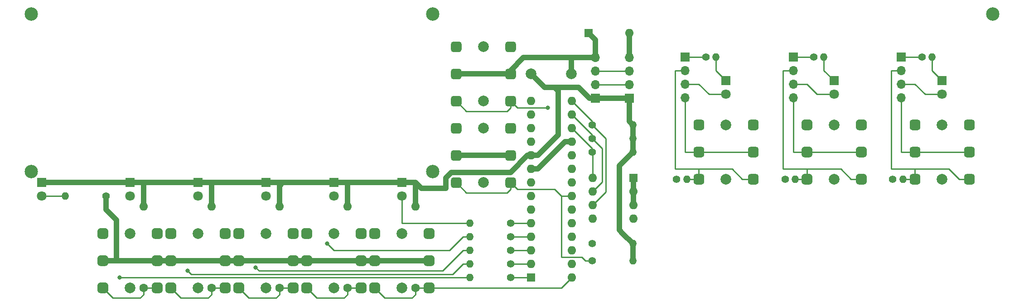
<source format=gbr>
%TF.GenerationSoftware,KiCad,Pcbnew,(5.1.9)-1*%
%TF.CreationDate,2021-06-09T10:26:03+02:00*%
%TF.ProjectId,Frontplatte,46726f6e-7470-46c6-9174-74652e6b6963,rev?*%
%TF.SameCoordinates,Original*%
%TF.FileFunction,Copper,L2,Bot*%
%TF.FilePolarity,Positive*%
%FSLAX46Y46*%
G04 Gerber Fmt 4.6, Leading zero omitted, Abs format (unit mm)*
G04 Created by KiCad (PCBNEW (5.1.9)-1) date 2021-06-09 10:26:03*
%MOMM*%
%LPD*%
G01*
G04 APERTURE LIST*
%TA.AperFunction,ComponentPad*%
%ADD10O,1.600000X1.600000*%
%TD*%
%TA.AperFunction,ComponentPad*%
%ADD11C,1.600000*%
%TD*%
%TA.AperFunction,ComponentPad*%
%ADD12O,1.400000X1.400000*%
%TD*%
%TA.AperFunction,ComponentPad*%
%ADD13C,1.400000*%
%TD*%
%TA.AperFunction,ComponentPad*%
%ADD14R,1.700000X1.700000*%
%TD*%
%TA.AperFunction,ComponentPad*%
%ADD15O,1.700000X1.700000*%
%TD*%
%TA.AperFunction,ComponentPad*%
%ADD16R,1.600000X1.600000*%
%TD*%
%TA.AperFunction,ComponentPad*%
%ADD17C,2.000000*%
%TD*%
%TA.AperFunction,ComponentPad*%
%ADD18C,1.800000*%
%TD*%
%TA.AperFunction,ComponentPad*%
%ADD19R,1.800000X1.800000*%
%TD*%
%TA.AperFunction,ViaPad*%
%ADD20C,2.500000*%
%TD*%
%TA.AperFunction,ViaPad*%
%ADD21C,0.800000*%
%TD*%
%TA.AperFunction,Conductor*%
%ADD22C,0.250000*%
%TD*%
%TA.AperFunction,Conductor*%
%ADD23C,1.000000*%
%TD*%
G04 APERTURE END LIST*
D10*
%TO.P,R10,2*%
%TO.N,Net-(C1-Pad2)*%
X124460000Y-83820000D03*
D11*
%TO.P,R10,1*%
%TO.N,Net-(R10-Pad1)*%
X124460000Y-99060000D03*
%TD*%
D10*
%TO.P,R8,2*%
%TO.N,Net-(C1-Pad2)*%
X111760000Y-83820000D03*
D11*
%TO.P,R8,1*%
%TO.N,Net-(R8-Pad1)*%
X111760000Y-99060000D03*
%TD*%
D10*
%TO.P,R6,2*%
%TO.N,Net-(C1-Pad2)*%
X99060000Y-83820000D03*
D11*
%TO.P,R6,1*%
%TO.N,Net-(R6-Pad1)*%
X99060000Y-99060000D03*
%TD*%
D10*
%TO.P,R4,2*%
%TO.N,Net-(C1-Pad2)*%
X86360000Y-83820000D03*
D11*
%TO.P,R4,1*%
%TO.N,Net-(R4-Pad1)*%
X86360000Y-99060000D03*
%TD*%
D10*
%TO.P,R2,2*%
%TO.N,Net-(C1-Pad2)*%
X73660000Y-83820000D03*
D11*
%TO.P,R2,1*%
%TO.N,Net-(R2-Pad1)*%
X73660000Y-99060000D03*
%TD*%
D12*
%TO.P,R18,2*%
%TO.N,Net-(J5-Pad2)*%
X215537500Y-78740000D03*
D13*
%TO.P,R18,1*%
%TO.N,Net-(J5-Pad1)*%
X213637500Y-78740000D03*
%TD*%
%TO.P,R16,1*%
%TO.N,Net-(J4-Pad1)*%
X193524500Y-78740000D03*
D12*
%TO.P,R16,2*%
%TO.N,Net-(J4-Pad2)*%
X195424500Y-78740000D03*
%TD*%
%TO.P,R14,2*%
%TO.N,Net-(J3-Pad2)*%
X175151500Y-78740000D03*
D13*
%TO.P,R14,1*%
%TO.N,Net-(J3-Pad1)*%
X173251500Y-78740000D03*
%TD*%
D12*
%TO.P,R22,2*%
%TO.N,Net-(C1-Pad2)*%
X165100000Y-68580000D03*
D13*
%TO.P,R22,1*%
%TO.N,Net-(R22-Pad1)*%
X157480000Y-68580000D03*
%TD*%
D12*
%TO.P,R21,2*%
%TO.N,Net-(C1-Pad2)*%
X165100000Y-71120000D03*
D13*
%TO.P,R21,1*%
%TO.N,Net-(R21-Pad1)*%
X157480000Y-71120000D03*
%TD*%
D12*
%TO.P,R20,2*%
%TO.N,Net-(C1-Pad2)*%
X165100000Y-73660000D03*
D13*
%TO.P,R20,1*%
%TO.N,Net-(R20-Pad1)*%
X157480000Y-73660000D03*
%TD*%
D12*
%TO.P,R13,2*%
%TO.N,Net-(C1-Pad2)*%
X165100000Y-90805000D03*
D13*
%TO.P,R13,1*%
%TO.N,Net-(R13-Pad1)*%
X157480000Y-90805000D03*
%TD*%
D12*
%TO.P,R12,2*%
%TO.N,Net-(C1-Pad2)*%
X165100000Y-93980000D03*
D13*
%TO.P,R12,1*%
%TO.N,Net-(R12-Pad1)*%
X157480000Y-93980000D03*
%TD*%
D14*
%TO.P,J4,1*%
%TO.N,Net-(J4-Pad1)*%
X195072000Y-55880000D03*
D15*
%TO.P,J4,2*%
%TO.N,Net-(J4-Pad2)*%
X195072000Y-58420000D03*
%TO.P,J4,3*%
%TO.N,Net-(D8-Pad2)*%
X195072000Y-60960000D03*
%TO.P,J4,4*%
%TO.N,Net-(J4-Pad4)*%
X195072000Y-63500000D03*
%TD*%
D12*
%TO.P,R19,2*%
%TO.N,Net-(D9-Pad1)*%
X220980000Y-55880000D03*
D13*
%TO.P,R19,1*%
%TO.N,Net-(J5-Pad1)*%
X219080000Y-55880000D03*
%TD*%
%TO.P,R17,1*%
%TO.N,Net-(J4-Pad1)*%
X198887000Y-55880000D03*
D12*
%TO.P,R17,2*%
%TO.N,Net-(D8-Pad1)*%
X200787000Y-55880000D03*
%TD*%
%TO.P,R15,2*%
%TO.N,Net-(D7-Pad1)*%
X180594000Y-55880000D03*
D13*
%TO.P,R15,1*%
%TO.N,Net-(J3-Pad1)*%
X178694000Y-55880000D03*
%TD*%
D12*
%TO.P,R11,2*%
%TO.N,Net-(D6-Pad2)*%
X134620000Y-86995000D03*
D13*
%TO.P,R11,1*%
%TO.N,Net-(R11-Pad1)*%
X142240000Y-86995000D03*
%TD*%
D12*
%TO.P,R9,2*%
%TO.N,Net-(D5-Pad2)*%
X134620000Y-89535000D03*
D13*
%TO.P,R9,1*%
%TO.N,Net-(R9-Pad1)*%
X142240000Y-89535000D03*
%TD*%
D12*
%TO.P,R7,2*%
%TO.N,Net-(D4-Pad2)*%
X134620000Y-92075000D03*
D13*
%TO.P,R7,1*%
%TO.N,Net-(R7-Pad1)*%
X142240000Y-92075000D03*
%TD*%
D12*
%TO.P,R5,2*%
%TO.N,Net-(D3-Pad2)*%
X134620000Y-94615000D03*
D13*
%TO.P,R5,1*%
%TO.N,Net-(R5-Pad1)*%
X142240000Y-94615000D03*
%TD*%
D12*
%TO.P,R3,2*%
%TO.N,Net-(D2-Pad2)*%
X134620000Y-97155000D03*
D13*
%TO.P,R3,1*%
%TO.N,Net-(R3-Pad1)*%
X142240000Y-97155000D03*
%TD*%
D12*
%TO.P,R1,2*%
%TO.N,Net-(D1-Pad2)*%
X59055000Y-81915000D03*
D13*
%TO.P,R1,1*%
%TO.N,Net-(C1-Pad1)*%
X66675000Y-81915000D03*
%TD*%
D16*
%TO.P,D10,1*%
%TO.N,Net-(C1-Pad1)*%
X156845000Y-51435000D03*
D10*
%TO.P,D10,2*%
%TO.N,Net-(D10-Pad2)*%
X164465000Y-51435000D03*
%TD*%
%TO.P,S10,1a*%
%TO.N,N/C*%
%TA.AperFunction,ComponentPad*%
G36*
G01*
X216805000Y-69080000D02*
X216805000Y-68080000D01*
G75*
G02*
X217305000Y-67580000I500000J0D01*
G01*
X218305000Y-67580000D01*
G75*
G02*
X218805000Y-68080000I0J-500000D01*
G01*
X218805000Y-69080000D01*
G75*
G02*
X218305000Y-69580000I-500000J0D01*
G01*
X217305000Y-69580000D01*
G75*
G02*
X216805000Y-69080000I0J500000D01*
G01*
G37*
%TD.AperFunction*%
%TO.P,S10,2a*%
%TO.N,Net-(J5-Pad4)*%
%TA.AperFunction,ComponentPad*%
G36*
G01*
X216805000Y-74160000D02*
X216805000Y-73160000D01*
G75*
G02*
X217305000Y-72660000I500000J0D01*
G01*
X218305000Y-72660000D01*
G75*
G02*
X218805000Y-73160000I0J-500000D01*
G01*
X218805000Y-74160000D01*
G75*
G02*
X218305000Y-74660000I-500000J0D01*
G01*
X217305000Y-74660000D01*
G75*
G02*
X216805000Y-74160000I0J500000D01*
G01*
G37*
%TD.AperFunction*%
%TO.P,S10,3a*%
%TO.N,Net-(J5-Pad2)*%
%TA.AperFunction,ComponentPad*%
G36*
G01*
X216805000Y-79240000D02*
X216805000Y-78240000D01*
G75*
G02*
X217305000Y-77740000I500000J0D01*
G01*
X218305000Y-77740000D01*
G75*
G02*
X218805000Y-78240000I0J-500000D01*
G01*
X218805000Y-79240000D01*
G75*
G02*
X218305000Y-79740000I-500000J0D01*
G01*
X217305000Y-79740000D01*
G75*
G02*
X216805000Y-79240000I0J500000D01*
G01*
G37*
%TD.AperFunction*%
%TO.P,S10,1b*%
%TO.N,N/C*%
%TA.AperFunction,ComponentPad*%
G36*
G01*
X226965000Y-69080000D02*
X226965000Y-68080000D01*
G75*
G02*
X227465000Y-67580000I500000J0D01*
G01*
X228465000Y-67580000D01*
G75*
G02*
X228965000Y-68080000I0J-500000D01*
G01*
X228965000Y-69080000D01*
G75*
G02*
X228465000Y-69580000I-500000J0D01*
G01*
X227465000Y-69580000D01*
G75*
G02*
X226965000Y-69080000I0J500000D01*
G01*
G37*
%TD.AperFunction*%
%TO.P,S10,2b*%
%TO.N,Net-(J5-Pad4)*%
%TA.AperFunction,ComponentPad*%
G36*
G01*
X226965000Y-74160000D02*
X226965000Y-73160000D01*
G75*
G02*
X227465000Y-72660000I500000J0D01*
G01*
X228465000Y-72660000D01*
G75*
G02*
X228965000Y-73160000I0J-500000D01*
G01*
X228965000Y-74160000D01*
G75*
G02*
X228465000Y-74660000I-500000J0D01*
G01*
X227465000Y-74660000D01*
G75*
G02*
X226965000Y-74160000I0J500000D01*
G01*
G37*
%TD.AperFunction*%
%TO.P,S10,3b*%
%TO.N,Net-(J5-Pad2)*%
%TA.AperFunction,ComponentPad*%
G36*
G01*
X226965000Y-79240000D02*
X226965000Y-78240000D01*
G75*
G02*
X227465000Y-77740000I500000J0D01*
G01*
X228465000Y-77740000D01*
G75*
G02*
X228965000Y-78240000I0J-500000D01*
G01*
X228965000Y-79240000D01*
G75*
G02*
X228465000Y-79740000I-500000J0D01*
G01*
X227465000Y-79740000D01*
G75*
G02*
X226965000Y-79240000I0J500000D01*
G01*
G37*
%TD.AperFunction*%
D17*
%TO.P,S10,x*%
%TO.N,N/C*%
X222885000Y-68580000D03*
%TO.P,S10,y*%
X222885000Y-78740000D03*
%TD*%
D16*
%TO.P,SW1,1*%
%TO.N,Net-(C1-Pad1)*%
X165227000Y-78486000D03*
D10*
%TO.P,SW1,5*%
%TO.N,N/C*%
X157607000Y-86106000D03*
%TO.P,SW1,2*%
%TO.N,Net-(C1-Pad1)*%
X165227000Y-81026000D03*
%TO.P,SW1,6*%
%TO.N,Net-(R22-Pad1)*%
X157607000Y-83566000D03*
%TO.P,SW1,3*%
%TO.N,Net-(C1-Pad1)*%
X165227000Y-83566000D03*
%TO.P,SW1,7*%
%TO.N,Net-(R21-Pad1)*%
X157607000Y-81026000D03*
%TO.P,SW1,4*%
%TO.N,N/C*%
X165227000Y-86106000D03*
%TO.P,SW1,8*%
%TO.N,Net-(R20-Pad1)*%
X157607000Y-78486000D03*
%TD*%
D17*
%TO.P,C1,1*%
%TO.N,Net-(C1-Pad1)*%
X153550000Y-59055000D03*
%TO.P,C1,2*%
%TO.N,Net-(C1-Pad2)*%
X146050000Y-59055000D03*
%TD*%
%TO.P,S9,y*%
%TO.N,N/C*%
X202692000Y-78740000D03*
%TO.P,S9,x*%
X202692000Y-68580000D03*
%TO.P,S9,3b*%
%TO.N,Net-(J4-Pad2)*%
%TA.AperFunction,ComponentPad*%
G36*
G01*
X206772000Y-79240000D02*
X206772000Y-78240000D01*
G75*
G02*
X207272000Y-77740000I500000J0D01*
G01*
X208272000Y-77740000D01*
G75*
G02*
X208772000Y-78240000I0J-500000D01*
G01*
X208772000Y-79240000D01*
G75*
G02*
X208272000Y-79740000I-500000J0D01*
G01*
X207272000Y-79740000D01*
G75*
G02*
X206772000Y-79240000I0J500000D01*
G01*
G37*
%TD.AperFunction*%
%TO.P,S9,2b*%
%TO.N,Net-(J4-Pad4)*%
%TA.AperFunction,ComponentPad*%
G36*
G01*
X206772000Y-74160000D02*
X206772000Y-73160000D01*
G75*
G02*
X207272000Y-72660000I500000J0D01*
G01*
X208272000Y-72660000D01*
G75*
G02*
X208772000Y-73160000I0J-500000D01*
G01*
X208772000Y-74160000D01*
G75*
G02*
X208272000Y-74660000I-500000J0D01*
G01*
X207272000Y-74660000D01*
G75*
G02*
X206772000Y-74160000I0J500000D01*
G01*
G37*
%TD.AperFunction*%
%TO.P,S9,1b*%
%TO.N,N/C*%
%TA.AperFunction,ComponentPad*%
G36*
G01*
X206772000Y-69080000D02*
X206772000Y-68080000D01*
G75*
G02*
X207272000Y-67580000I500000J0D01*
G01*
X208272000Y-67580000D01*
G75*
G02*
X208772000Y-68080000I0J-500000D01*
G01*
X208772000Y-69080000D01*
G75*
G02*
X208272000Y-69580000I-500000J0D01*
G01*
X207272000Y-69580000D01*
G75*
G02*
X206772000Y-69080000I0J500000D01*
G01*
G37*
%TD.AperFunction*%
%TO.P,S9,3a*%
%TO.N,Net-(J4-Pad2)*%
%TA.AperFunction,ComponentPad*%
G36*
G01*
X196612000Y-79240000D02*
X196612000Y-78240000D01*
G75*
G02*
X197112000Y-77740000I500000J0D01*
G01*
X198112000Y-77740000D01*
G75*
G02*
X198612000Y-78240000I0J-500000D01*
G01*
X198612000Y-79240000D01*
G75*
G02*
X198112000Y-79740000I-500000J0D01*
G01*
X197112000Y-79740000D01*
G75*
G02*
X196612000Y-79240000I0J500000D01*
G01*
G37*
%TD.AperFunction*%
%TO.P,S9,2a*%
%TO.N,Net-(J4-Pad4)*%
%TA.AperFunction,ComponentPad*%
G36*
G01*
X196612000Y-74160000D02*
X196612000Y-73160000D01*
G75*
G02*
X197112000Y-72660000I500000J0D01*
G01*
X198112000Y-72660000D01*
G75*
G02*
X198612000Y-73160000I0J-500000D01*
G01*
X198612000Y-74160000D01*
G75*
G02*
X198112000Y-74660000I-500000J0D01*
G01*
X197112000Y-74660000D01*
G75*
G02*
X196612000Y-74160000I0J500000D01*
G01*
G37*
%TD.AperFunction*%
%TO.P,S9,1a*%
%TO.N,N/C*%
%TA.AperFunction,ComponentPad*%
G36*
G01*
X196612000Y-69080000D02*
X196612000Y-68080000D01*
G75*
G02*
X197112000Y-67580000I500000J0D01*
G01*
X198112000Y-67580000D01*
G75*
G02*
X198612000Y-68080000I0J-500000D01*
G01*
X198612000Y-69080000D01*
G75*
G02*
X198112000Y-69580000I-500000J0D01*
G01*
X197112000Y-69580000D01*
G75*
G02*
X196612000Y-69080000I0J500000D01*
G01*
G37*
%TD.AperFunction*%
%TD*%
%TO.P,S8,1a*%
%TO.N,N/C*%
%TA.AperFunction,ComponentPad*%
G36*
G01*
X176419000Y-69080000D02*
X176419000Y-68080000D01*
G75*
G02*
X176919000Y-67580000I500000J0D01*
G01*
X177919000Y-67580000D01*
G75*
G02*
X178419000Y-68080000I0J-500000D01*
G01*
X178419000Y-69080000D01*
G75*
G02*
X177919000Y-69580000I-500000J0D01*
G01*
X176919000Y-69580000D01*
G75*
G02*
X176419000Y-69080000I0J500000D01*
G01*
G37*
%TD.AperFunction*%
%TO.P,S8,2a*%
%TO.N,Net-(J3-Pad4)*%
%TA.AperFunction,ComponentPad*%
G36*
G01*
X176419000Y-74160000D02*
X176419000Y-73160000D01*
G75*
G02*
X176919000Y-72660000I500000J0D01*
G01*
X177919000Y-72660000D01*
G75*
G02*
X178419000Y-73160000I0J-500000D01*
G01*
X178419000Y-74160000D01*
G75*
G02*
X177919000Y-74660000I-500000J0D01*
G01*
X176919000Y-74660000D01*
G75*
G02*
X176419000Y-74160000I0J500000D01*
G01*
G37*
%TD.AperFunction*%
%TO.P,S8,3a*%
%TO.N,Net-(J3-Pad2)*%
%TA.AperFunction,ComponentPad*%
G36*
G01*
X176419000Y-79240000D02*
X176419000Y-78240000D01*
G75*
G02*
X176919000Y-77740000I500000J0D01*
G01*
X177919000Y-77740000D01*
G75*
G02*
X178419000Y-78240000I0J-500000D01*
G01*
X178419000Y-79240000D01*
G75*
G02*
X177919000Y-79740000I-500000J0D01*
G01*
X176919000Y-79740000D01*
G75*
G02*
X176419000Y-79240000I0J500000D01*
G01*
G37*
%TD.AperFunction*%
%TO.P,S8,1b*%
%TO.N,N/C*%
%TA.AperFunction,ComponentPad*%
G36*
G01*
X186579000Y-69080000D02*
X186579000Y-68080000D01*
G75*
G02*
X187079000Y-67580000I500000J0D01*
G01*
X188079000Y-67580000D01*
G75*
G02*
X188579000Y-68080000I0J-500000D01*
G01*
X188579000Y-69080000D01*
G75*
G02*
X188079000Y-69580000I-500000J0D01*
G01*
X187079000Y-69580000D01*
G75*
G02*
X186579000Y-69080000I0J500000D01*
G01*
G37*
%TD.AperFunction*%
%TO.P,S8,2b*%
%TO.N,Net-(J3-Pad4)*%
%TA.AperFunction,ComponentPad*%
G36*
G01*
X186579000Y-74160000D02*
X186579000Y-73160000D01*
G75*
G02*
X187079000Y-72660000I500000J0D01*
G01*
X188079000Y-72660000D01*
G75*
G02*
X188579000Y-73160000I0J-500000D01*
G01*
X188579000Y-74160000D01*
G75*
G02*
X188079000Y-74660000I-500000J0D01*
G01*
X187079000Y-74660000D01*
G75*
G02*
X186579000Y-74160000I0J500000D01*
G01*
G37*
%TD.AperFunction*%
%TO.P,S8,3b*%
%TO.N,Net-(J3-Pad2)*%
%TA.AperFunction,ComponentPad*%
G36*
G01*
X186579000Y-79240000D02*
X186579000Y-78240000D01*
G75*
G02*
X187079000Y-77740000I500000J0D01*
G01*
X188079000Y-77740000D01*
G75*
G02*
X188579000Y-78240000I0J-500000D01*
G01*
X188579000Y-79240000D01*
G75*
G02*
X188079000Y-79740000I-500000J0D01*
G01*
X187079000Y-79740000D01*
G75*
G02*
X186579000Y-79240000I0J500000D01*
G01*
G37*
%TD.AperFunction*%
%TO.P,S8,x*%
%TO.N,N/C*%
X182499000Y-68580000D03*
%TO.P,S8,y*%
X182499000Y-78740000D03*
%TD*%
D15*
%TO.P,J5,4*%
%TO.N,Net-(J5-Pad4)*%
X215265000Y-63500000D03*
%TO.P,J5,3*%
%TO.N,Net-(D9-Pad2)*%
X215265000Y-60960000D03*
%TO.P,J5,2*%
%TO.N,Net-(J5-Pad2)*%
X215265000Y-58420000D03*
D14*
%TO.P,J5,1*%
%TO.N,Net-(J5-Pad1)*%
X215265000Y-55880000D03*
%TD*%
D15*
%TO.P,J3,4*%
%TO.N,Net-(J3-Pad4)*%
X174879000Y-63500000D03*
%TO.P,J3,3*%
%TO.N,Net-(D7-Pad2)*%
X174879000Y-60960000D03*
%TO.P,J3,2*%
%TO.N,Net-(J3-Pad2)*%
X174879000Y-58420000D03*
D14*
%TO.P,J3,1*%
%TO.N,Net-(J3-Pad1)*%
X174879000Y-55880000D03*
%TD*%
D18*
%TO.P,D9,2*%
%TO.N,Net-(D9-Pad2)*%
X222885000Y-62865000D03*
D19*
%TO.P,D9,1*%
%TO.N,Net-(D9-Pad1)*%
X222885000Y-60325000D03*
%TD*%
%TO.P,D8,1*%
%TO.N,Net-(D8-Pad1)*%
X202692000Y-60325000D03*
D18*
%TO.P,D8,2*%
%TO.N,Net-(D8-Pad2)*%
X202692000Y-62865000D03*
%TD*%
%TO.P,D7,2*%
%TO.N,Net-(D7-Pad2)*%
X182499000Y-62865000D03*
D19*
%TO.P,D7,1*%
%TO.N,Net-(D7-Pad1)*%
X182499000Y-60325000D03*
%TD*%
D14*
%TO.P,J2,1*%
%TO.N,Net-(C1-Pad2)*%
X164465000Y-63627000D03*
D15*
%TO.P,J2,2*%
%TO.N,Net-(J1-Pad2)*%
X164465000Y-61087000D03*
%TO.P,J2,3*%
%TO.N,Net-(J1-Pad3)*%
X164465000Y-58547000D03*
%TO.P,J2,4*%
%TO.N,Net-(D10-Pad2)*%
X164465000Y-56007000D03*
%TD*%
D14*
%TO.P,J1,1*%
%TO.N,Net-(C1-Pad2)*%
X158115000Y-63627000D03*
D15*
%TO.P,J1,2*%
%TO.N,Net-(J1-Pad2)*%
X158115000Y-61087000D03*
%TO.P,J1,3*%
%TO.N,Net-(J1-Pad3)*%
X158115000Y-58547000D03*
%TO.P,J1,4*%
%TO.N,Net-(C1-Pad1)*%
X158115000Y-56007000D03*
%TD*%
D19*
%TO.P,D6,1*%
%TO.N,Net-(C1-Pad2)*%
X121920000Y-79375000D03*
D18*
%TO.P,D6,2*%
%TO.N,Net-(D6-Pad2)*%
X121920000Y-81915000D03*
%TD*%
D19*
%TO.P,D5,1*%
%TO.N,Net-(C1-Pad2)*%
X109220000Y-79375000D03*
D18*
%TO.P,D5,2*%
%TO.N,Net-(D5-Pad2)*%
X109220000Y-81915000D03*
%TD*%
D19*
%TO.P,D4,1*%
%TO.N,Net-(C1-Pad2)*%
X96520000Y-79375000D03*
D18*
%TO.P,D4,2*%
%TO.N,Net-(D4-Pad2)*%
X96520000Y-81915000D03*
%TD*%
D19*
%TO.P,D3,1*%
%TO.N,Net-(C1-Pad2)*%
X83820000Y-79375000D03*
D18*
%TO.P,D3,2*%
%TO.N,Net-(D3-Pad2)*%
X83820000Y-81915000D03*
%TD*%
D19*
%TO.P,D2,1*%
%TO.N,Net-(C1-Pad2)*%
X71120000Y-79375000D03*
D18*
%TO.P,D2,2*%
%TO.N,Net-(D2-Pad2)*%
X71120000Y-81915000D03*
%TD*%
D19*
%TO.P,D1,1*%
%TO.N,Net-(C1-Pad2)*%
X54610000Y-79375000D03*
D18*
%TO.P,D1,2*%
%TO.N,Net-(D1-Pad2)*%
X54610000Y-81915000D03*
%TD*%
D16*
%TO.P,U1,1*%
%TO.N,Net-(R3-Pad1)*%
X146050000Y-97155000D03*
D10*
%TO.P,U1,15*%
%TO.N,Net-(R22-Pad1)*%
X153670000Y-64135000D03*
%TO.P,U1,2*%
%TO.N,Net-(R5-Pad1)*%
X146050000Y-94615000D03*
%TO.P,U1,16*%
%TO.N,Net-(R21-Pad1)*%
X153670000Y-66675000D03*
%TO.P,U1,3*%
%TO.N,Net-(R7-Pad1)*%
X146050000Y-92075000D03*
%TO.P,U1,17*%
%TO.N,Net-(R20-Pad1)*%
X153670000Y-69215000D03*
%TO.P,U1,4*%
%TO.N,Net-(R9-Pad1)*%
X146050000Y-89535000D03*
%TO.P,U1,18*%
%TO.N,Net-(C1-Pad1)*%
X153670000Y-71755000D03*
%TO.P,U1,5*%
%TO.N,Net-(R11-Pad1)*%
X146050000Y-86995000D03*
%TO.P,U1,19*%
%TO.N,N/C*%
X153670000Y-74295000D03*
%TO.P,U1,6*%
X146050000Y-84455000D03*
%TO.P,U1,20*%
X153670000Y-76835000D03*
%TO.P,U1,7*%
%TO.N,Net-(C1-Pad1)*%
X146050000Y-81915000D03*
%TO.P,U1,21*%
%TO.N,Net-(R13-Pad1)*%
X153670000Y-79375000D03*
%TO.P,U1,8*%
%TO.N,Net-(C1-Pad2)*%
X146050000Y-79375000D03*
%TO.P,U1,22*%
%TO.N,Net-(R12-Pad1)*%
X153670000Y-81915000D03*
%TO.P,U1,9*%
%TO.N,Net-(C1-Pad1)*%
X146050000Y-76835000D03*
%TO.P,U1,23*%
%TO.N,N/C*%
X153670000Y-84455000D03*
%TO.P,U1,10*%
%TO.N,Net-(C1-Pad2)*%
X146050000Y-74295000D03*
%TO.P,U1,24*%
%TO.N,Net-(R2-Pad1)*%
X153670000Y-86995000D03*
%TO.P,U1,11*%
%TO.N,N/C*%
X146050000Y-71755000D03*
%TO.P,U1,25*%
%TO.N,Net-(R4-Pad1)*%
X153670000Y-89535000D03*
%TO.P,U1,12*%
%TO.N,Net-(J1-Pad2)*%
X146050000Y-69215000D03*
%TO.P,U1,26*%
%TO.N,Net-(R6-Pad1)*%
X153670000Y-92075000D03*
%TO.P,U1,13*%
%TO.N,Net-(J1-Pad3)*%
X146050000Y-66675000D03*
%TO.P,U1,27*%
%TO.N,Net-(R8-Pad1)*%
X153670000Y-94615000D03*
%TO.P,U1,14*%
%TO.N,N/C*%
X146050000Y-64135000D03*
%TO.P,U1,28*%
%TO.N,Net-(R10-Pad1)*%
X153670000Y-97155000D03*
%TD*%
%TO.P,S7,1a*%
%TO.N,N/C*%
%TA.AperFunction,ComponentPad*%
G36*
G01*
X131080000Y-54475000D02*
X131080000Y-53475000D01*
G75*
G02*
X131580000Y-52975000I500000J0D01*
G01*
X132580000Y-52975000D01*
G75*
G02*
X133080000Y-53475000I0J-500000D01*
G01*
X133080000Y-54475000D01*
G75*
G02*
X132580000Y-54975000I-500000J0D01*
G01*
X131580000Y-54975000D01*
G75*
G02*
X131080000Y-54475000I0J500000D01*
G01*
G37*
%TD.AperFunction*%
%TO.P,S7,2a*%
%TO.N,Net-(C1-Pad1)*%
%TA.AperFunction,ComponentPad*%
G36*
G01*
X131080000Y-59555000D02*
X131080000Y-58555000D01*
G75*
G02*
X131580000Y-58055000I500000J0D01*
G01*
X132580000Y-58055000D01*
G75*
G02*
X133080000Y-58555000I0J-500000D01*
G01*
X133080000Y-59555000D01*
G75*
G02*
X132580000Y-60055000I-500000J0D01*
G01*
X131580000Y-60055000D01*
G75*
G02*
X131080000Y-59555000I0J500000D01*
G01*
G37*
%TD.AperFunction*%
%TO.P,S7,3a*%
%TO.N,Net-(R13-Pad1)*%
%TA.AperFunction,ComponentPad*%
G36*
G01*
X131080000Y-64635000D02*
X131080000Y-63635000D01*
G75*
G02*
X131580000Y-63135000I500000J0D01*
G01*
X132580000Y-63135000D01*
G75*
G02*
X133080000Y-63635000I0J-500000D01*
G01*
X133080000Y-64635000D01*
G75*
G02*
X132580000Y-65135000I-500000J0D01*
G01*
X131580000Y-65135000D01*
G75*
G02*
X131080000Y-64635000I0J500000D01*
G01*
G37*
%TD.AperFunction*%
%TO.P,S7,1b*%
%TO.N,N/C*%
%TA.AperFunction,ComponentPad*%
G36*
G01*
X141240000Y-54475000D02*
X141240000Y-53475000D01*
G75*
G02*
X141740000Y-52975000I500000J0D01*
G01*
X142740000Y-52975000D01*
G75*
G02*
X143240000Y-53475000I0J-500000D01*
G01*
X143240000Y-54475000D01*
G75*
G02*
X142740000Y-54975000I-500000J0D01*
G01*
X141740000Y-54975000D01*
G75*
G02*
X141240000Y-54475000I0J500000D01*
G01*
G37*
%TD.AperFunction*%
%TO.P,S7,2b*%
%TO.N,Net-(C1-Pad1)*%
%TA.AperFunction,ComponentPad*%
G36*
G01*
X141240000Y-59555000D02*
X141240000Y-58555000D01*
G75*
G02*
X141740000Y-58055000I500000J0D01*
G01*
X142740000Y-58055000D01*
G75*
G02*
X143240000Y-58555000I0J-500000D01*
G01*
X143240000Y-59555000D01*
G75*
G02*
X142740000Y-60055000I-500000J0D01*
G01*
X141740000Y-60055000D01*
G75*
G02*
X141240000Y-59555000I0J500000D01*
G01*
G37*
%TD.AperFunction*%
%TO.P,S7,3b*%
%TO.N,Net-(R13-Pad1)*%
%TA.AperFunction,ComponentPad*%
G36*
G01*
X141240000Y-64635000D02*
X141240000Y-63635000D01*
G75*
G02*
X141740000Y-63135000I500000J0D01*
G01*
X142740000Y-63135000D01*
G75*
G02*
X143240000Y-63635000I0J-500000D01*
G01*
X143240000Y-64635000D01*
G75*
G02*
X142740000Y-65135000I-500000J0D01*
G01*
X141740000Y-65135000D01*
G75*
G02*
X141240000Y-64635000I0J500000D01*
G01*
G37*
%TD.AperFunction*%
D17*
%TO.P,S7,x*%
%TO.N,N/C*%
X137160000Y-53975000D03*
%TO.P,S7,y*%
X137160000Y-64135000D03*
%TD*%
%TO.P,S6,1a*%
%TO.N,N/C*%
%TA.AperFunction,ComponentPad*%
G36*
G01*
X131080000Y-69715000D02*
X131080000Y-68715000D01*
G75*
G02*
X131580000Y-68215000I500000J0D01*
G01*
X132580000Y-68215000D01*
G75*
G02*
X133080000Y-68715000I0J-500000D01*
G01*
X133080000Y-69715000D01*
G75*
G02*
X132580000Y-70215000I-500000J0D01*
G01*
X131580000Y-70215000D01*
G75*
G02*
X131080000Y-69715000I0J500000D01*
G01*
G37*
%TD.AperFunction*%
%TO.P,S6,2a*%
%TO.N,Net-(C1-Pad1)*%
%TA.AperFunction,ComponentPad*%
G36*
G01*
X131080000Y-74795000D02*
X131080000Y-73795000D01*
G75*
G02*
X131580000Y-73295000I500000J0D01*
G01*
X132580000Y-73295000D01*
G75*
G02*
X133080000Y-73795000I0J-500000D01*
G01*
X133080000Y-74795000D01*
G75*
G02*
X132580000Y-75295000I-500000J0D01*
G01*
X131580000Y-75295000D01*
G75*
G02*
X131080000Y-74795000I0J500000D01*
G01*
G37*
%TD.AperFunction*%
%TO.P,S6,3a*%
%TO.N,Net-(R12-Pad1)*%
%TA.AperFunction,ComponentPad*%
G36*
G01*
X131080000Y-79875000D02*
X131080000Y-78875000D01*
G75*
G02*
X131580000Y-78375000I500000J0D01*
G01*
X132580000Y-78375000D01*
G75*
G02*
X133080000Y-78875000I0J-500000D01*
G01*
X133080000Y-79875000D01*
G75*
G02*
X132580000Y-80375000I-500000J0D01*
G01*
X131580000Y-80375000D01*
G75*
G02*
X131080000Y-79875000I0J500000D01*
G01*
G37*
%TD.AperFunction*%
%TO.P,S6,1b*%
%TO.N,N/C*%
%TA.AperFunction,ComponentPad*%
G36*
G01*
X141240000Y-69715000D02*
X141240000Y-68715000D01*
G75*
G02*
X141740000Y-68215000I500000J0D01*
G01*
X142740000Y-68215000D01*
G75*
G02*
X143240000Y-68715000I0J-500000D01*
G01*
X143240000Y-69715000D01*
G75*
G02*
X142740000Y-70215000I-500000J0D01*
G01*
X141740000Y-70215000D01*
G75*
G02*
X141240000Y-69715000I0J500000D01*
G01*
G37*
%TD.AperFunction*%
%TO.P,S6,2b*%
%TO.N,Net-(C1-Pad1)*%
%TA.AperFunction,ComponentPad*%
G36*
G01*
X141240000Y-74795000D02*
X141240000Y-73795000D01*
G75*
G02*
X141740000Y-73295000I500000J0D01*
G01*
X142740000Y-73295000D01*
G75*
G02*
X143240000Y-73795000I0J-500000D01*
G01*
X143240000Y-74795000D01*
G75*
G02*
X142740000Y-75295000I-500000J0D01*
G01*
X141740000Y-75295000D01*
G75*
G02*
X141240000Y-74795000I0J500000D01*
G01*
G37*
%TD.AperFunction*%
%TO.P,S6,3b*%
%TO.N,Net-(R12-Pad1)*%
%TA.AperFunction,ComponentPad*%
G36*
G01*
X141240000Y-79875000D02*
X141240000Y-78875000D01*
G75*
G02*
X141740000Y-78375000I500000J0D01*
G01*
X142740000Y-78375000D01*
G75*
G02*
X143240000Y-78875000I0J-500000D01*
G01*
X143240000Y-79875000D01*
G75*
G02*
X142740000Y-80375000I-500000J0D01*
G01*
X141740000Y-80375000D01*
G75*
G02*
X141240000Y-79875000I0J500000D01*
G01*
G37*
%TD.AperFunction*%
%TO.P,S6,x*%
%TO.N,N/C*%
X137160000Y-69215000D03*
%TO.P,S6,y*%
X137160000Y-79375000D03*
%TD*%
%TO.P,S5,1a*%
%TO.N,N/C*%
%TA.AperFunction,ComponentPad*%
G36*
G01*
X115840000Y-89400000D02*
X115840000Y-88400000D01*
G75*
G02*
X116340000Y-87900000I500000J0D01*
G01*
X117340000Y-87900000D01*
G75*
G02*
X117840000Y-88400000I0J-500000D01*
G01*
X117840000Y-89400000D01*
G75*
G02*
X117340000Y-89900000I-500000J0D01*
G01*
X116340000Y-89900000D01*
G75*
G02*
X115840000Y-89400000I0J500000D01*
G01*
G37*
%TD.AperFunction*%
%TO.P,S5,2a*%
%TO.N,Net-(C1-Pad1)*%
%TA.AperFunction,ComponentPad*%
G36*
G01*
X115840000Y-94480000D02*
X115840000Y-93480000D01*
G75*
G02*
X116340000Y-92980000I500000J0D01*
G01*
X117340000Y-92980000D01*
G75*
G02*
X117840000Y-93480000I0J-500000D01*
G01*
X117840000Y-94480000D01*
G75*
G02*
X117340000Y-94980000I-500000J0D01*
G01*
X116340000Y-94980000D01*
G75*
G02*
X115840000Y-94480000I0J500000D01*
G01*
G37*
%TD.AperFunction*%
%TO.P,S5,3a*%
%TO.N,Net-(R10-Pad1)*%
%TA.AperFunction,ComponentPad*%
G36*
G01*
X115840000Y-99560000D02*
X115840000Y-98560000D01*
G75*
G02*
X116340000Y-98060000I500000J0D01*
G01*
X117340000Y-98060000D01*
G75*
G02*
X117840000Y-98560000I0J-500000D01*
G01*
X117840000Y-99560000D01*
G75*
G02*
X117340000Y-100060000I-500000J0D01*
G01*
X116340000Y-100060000D01*
G75*
G02*
X115840000Y-99560000I0J500000D01*
G01*
G37*
%TD.AperFunction*%
%TO.P,S5,1b*%
%TO.N,N/C*%
%TA.AperFunction,ComponentPad*%
G36*
G01*
X126000000Y-89400000D02*
X126000000Y-88400000D01*
G75*
G02*
X126500000Y-87900000I500000J0D01*
G01*
X127500000Y-87900000D01*
G75*
G02*
X128000000Y-88400000I0J-500000D01*
G01*
X128000000Y-89400000D01*
G75*
G02*
X127500000Y-89900000I-500000J0D01*
G01*
X126500000Y-89900000D01*
G75*
G02*
X126000000Y-89400000I0J500000D01*
G01*
G37*
%TD.AperFunction*%
%TO.P,S5,2b*%
%TO.N,Net-(C1-Pad1)*%
%TA.AperFunction,ComponentPad*%
G36*
G01*
X126000000Y-94480000D02*
X126000000Y-93480000D01*
G75*
G02*
X126500000Y-92980000I500000J0D01*
G01*
X127500000Y-92980000D01*
G75*
G02*
X128000000Y-93480000I0J-500000D01*
G01*
X128000000Y-94480000D01*
G75*
G02*
X127500000Y-94980000I-500000J0D01*
G01*
X126500000Y-94980000D01*
G75*
G02*
X126000000Y-94480000I0J500000D01*
G01*
G37*
%TD.AperFunction*%
%TO.P,S5,3b*%
%TO.N,Net-(R10-Pad1)*%
%TA.AperFunction,ComponentPad*%
G36*
G01*
X126000000Y-99560000D02*
X126000000Y-98560000D01*
G75*
G02*
X126500000Y-98060000I500000J0D01*
G01*
X127500000Y-98060000D01*
G75*
G02*
X128000000Y-98560000I0J-500000D01*
G01*
X128000000Y-99560000D01*
G75*
G02*
X127500000Y-100060000I-500000J0D01*
G01*
X126500000Y-100060000D01*
G75*
G02*
X126000000Y-99560000I0J500000D01*
G01*
G37*
%TD.AperFunction*%
%TO.P,S5,x*%
%TO.N,N/C*%
X121920000Y-88900000D03*
%TO.P,S5,y*%
X121920000Y-99060000D03*
%TD*%
%TO.P,S4,1a*%
%TO.N,N/C*%
%TA.AperFunction,ComponentPad*%
G36*
G01*
X103140000Y-89400000D02*
X103140000Y-88400000D01*
G75*
G02*
X103640000Y-87900000I500000J0D01*
G01*
X104640000Y-87900000D01*
G75*
G02*
X105140000Y-88400000I0J-500000D01*
G01*
X105140000Y-89400000D01*
G75*
G02*
X104640000Y-89900000I-500000J0D01*
G01*
X103640000Y-89900000D01*
G75*
G02*
X103140000Y-89400000I0J500000D01*
G01*
G37*
%TD.AperFunction*%
%TO.P,S4,2a*%
%TO.N,Net-(C1-Pad1)*%
%TA.AperFunction,ComponentPad*%
G36*
G01*
X103140000Y-94480000D02*
X103140000Y-93480000D01*
G75*
G02*
X103640000Y-92980000I500000J0D01*
G01*
X104640000Y-92980000D01*
G75*
G02*
X105140000Y-93480000I0J-500000D01*
G01*
X105140000Y-94480000D01*
G75*
G02*
X104640000Y-94980000I-500000J0D01*
G01*
X103640000Y-94980000D01*
G75*
G02*
X103140000Y-94480000I0J500000D01*
G01*
G37*
%TD.AperFunction*%
%TO.P,S4,3a*%
%TO.N,Net-(R8-Pad1)*%
%TA.AperFunction,ComponentPad*%
G36*
G01*
X103140000Y-99560000D02*
X103140000Y-98560000D01*
G75*
G02*
X103640000Y-98060000I500000J0D01*
G01*
X104640000Y-98060000D01*
G75*
G02*
X105140000Y-98560000I0J-500000D01*
G01*
X105140000Y-99560000D01*
G75*
G02*
X104640000Y-100060000I-500000J0D01*
G01*
X103640000Y-100060000D01*
G75*
G02*
X103140000Y-99560000I0J500000D01*
G01*
G37*
%TD.AperFunction*%
%TO.P,S4,1b*%
%TO.N,N/C*%
%TA.AperFunction,ComponentPad*%
G36*
G01*
X113300000Y-89400000D02*
X113300000Y-88400000D01*
G75*
G02*
X113800000Y-87900000I500000J0D01*
G01*
X114800000Y-87900000D01*
G75*
G02*
X115300000Y-88400000I0J-500000D01*
G01*
X115300000Y-89400000D01*
G75*
G02*
X114800000Y-89900000I-500000J0D01*
G01*
X113800000Y-89900000D01*
G75*
G02*
X113300000Y-89400000I0J500000D01*
G01*
G37*
%TD.AperFunction*%
%TO.P,S4,2b*%
%TO.N,Net-(C1-Pad1)*%
%TA.AperFunction,ComponentPad*%
G36*
G01*
X113300000Y-94480000D02*
X113300000Y-93480000D01*
G75*
G02*
X113800000Y-92980000I500000J0D01*
G01*
X114800000Y-92980000D01*
G75*
G02*
X115300000Y-93480000I0J-500000D01*
G01*
X115300000Y-94480000D01*
G75*
G02*
X114800000Y-94980000I-500000J0D01*
G01*
X113800000Y-94980000D01*
G75*
G02*
X113300000Y-94480000I0J500000D01*
G01*
G37*
%TD.AperFunction*%
%TO.P,S4,3b*%
%TO.N,Net-(R8-Pad1)*%
%TA.AperFunction,ComponentPad*%
G36*
G01*
X113300000Y-99560000D02*
X113300000Y-98560000D01*
G75*
G02*
X113800000Y-98060000I500000J0D01*
G01*
X114800000Y-98060000D01*
G75*
G02*
X115300000Y-98560000I0J-500000D01*
G01*
X115300000Y-99560000D01*
G75*
G02*
X114800000Y-100060000I-500000J0D01*
G01*
X113800000Y-100060000D01*
G75*
G02*
X113300000Y-99560000I0J500000D01*
G01*
G37*
%TD.AperFunction*%
%TO.P,S4,x*%
%TO.N,N/C*%
X109220000Y-88900000D03*
%TO.P,S4,y*%
X109220000Y-99060000D03*
%TD*%
%TO.P,S3,1a*%
%TO.N,N/C*%
%TA.AperFunction,ComponentPad*%
G36*
G01*
X90440000Y-89400000D02*
X90440000Y-88400000D01*
G75*
G02*
X90940000Y-87900000I500000J0D01*
G01*
X91940000Y-87900000D01*
G75*
G02*
X92440000Y-88400000I0J-500000D01*
G01*
X92440000Y-89400000D01*
G75*
G02*
X91940000Y-89900000I-500000J0D01*
G01*
X90940000Y-89900000D01*
G75*
G02*
X90440000Y-89400000I0J500000D01*
G01*
G37*
%TD.AperFunction*%
%TO.P,S3,2a*%
%TO.N,Net-(C1-Pad1)*%
%TA.AperFunction,ComponentPad*%
G36*
G01*
X90440000Y-94480000D02*
X90440000Y-93480000D01*
G75*
G02*
X90940000Y-92980000I500000J0D01*
G01*
X91940000Y-92980000D01*
G75*
G02*
X92440000Y-93480000I0J-500000D01*
G01*
X92440000Y-94480000D01*
G75*
G02*
X91940000Y-94980000I-500000J0D01*
G01*
X90940000Y-94980000D01*
G75*
G02*
X90440000Y-94480000I0J500000D01*
G01*
G37*
%TD.AperFunction*%
%TO.P,S3,3a*%
%TO.N,Net-(R6-Pad1)*%
%TA.AperFunction,ComponentPad*%
G36*
G01*
X90440000Y-99560000D02*
X90440000Y-98560000D01*
G75*
G02*
X90940000Y-98060000I500000J0D01*
G01*
X91940000Y-98060000D01*
G75*
G02*
X92440000Y-98560000I0J-500000D01*
G01*
X92440000Y-99560000D01*
G75*
G02*
X91940000Y-100060000I-500000J0D01*
G01*
X90940000Y-100060000D01*
G75*
G02*
X90440000Y-99560000I0J500000D01*
G01*
G37*
%TD.AperFunction*%
%TO.P,S3,1b*%
%TO.N,N/C*%
%TA.AperFunction,ComponentPad*%
G36*
G01*
X100600000Y-89400000D02*
X100600000Y-88400000D01*
G75*
G02*
X101100000Y-87900000I500000J0D01*
G01*
X102100000Y-87900000D01*
G75*
G02*
X102600000Y-88400000I0J-500000D01*
G01*
X102600000Y-89400000D01*
G75*
G02*
X102100000Y-89900000I-500000J0D01*
G01*
X101100000Y-89900000D01*
G75*
G02*
X100600000Y-89400000I0J500000D01*
G01*
G37*
%TD.AperFunction*%
%TO.P,S3,2b*%
%TO.N,Net-(C1-Pad1)*%
%TA.AperFunction,ComponentPad*%
G36*
G01*
X100600000Y-94480000D02*
X100600000Y-93480000D01*
G75*
G02*
X101100000Y-92980000I500000J0D01*
G01*
X102100000Y-92980000D01*
G75*
G02*
X102600000Y-93480000I0J-500000D01*
G01*
X102600000Y-94480000D01*
G75*
G02*
X102100000Y-94980000I-500000J0D01*
G01*
X101100000Y-94980000D01*
G75*
G02*
X100600000Y-94480000I0J500000D01*
G01*
G37*
%TD.AperFunction*%
%TO.P,S3,3b*%
%TO.N,Net-(R6-Pad1)*%
%TA.AperFunction,ComponentPad*%
G36*
G01*
X100600000Y-99560000D02*
X100600000Y-98560000D01*
G75*
G02*
X101100000Y-98060000I500000J0D01*
G01*
X102100000Y-98060000D01*
G75*
G02*
X102600000Y-98560000I0J-500000D01*
G01*
X102600000Y-99560000D01*
G75*
G02*
X102100000Y-100060000I-500000J0D01*
G01*
X101100000Y-100060000D01*
G75*
G02*
X100600000Y-99560000I0J500000D01*
G01*
G37*
%TD.AperFunction*%
%TO.P,S3,x*%
%TO.N,N/C*%
X96520000Y-88900000D03*
%TO.P,S3,y*%
X96520000Y-99060000D03*
%TD*%
%TO.P,S2,1a*%
%TO.N,N/C*%
%TA.AperFunction,ComponentPad*%
G36*
G01*
X77740000Y-89400000D02*
X77740000Y-88400000D01*
G75*
G02*
X78240000Y-87900000I500000J0D01*
G01*
X79240000Y-87900000D01*
G75*
G02*
X79740000Y-88400000I0J-500000D01*
G01*
X79740000Y-89400000D01*
G75*
G02*
X79240000Y-89900000I-500000J0D01*
G01*
X78240000Y-89900000D01*
G75*
G02*
X77740000Y-89400000I0J500000D01*
G01*
G37*
%TD.AperFunction*%
%TO.P,S2,2a*%
%TO.N,Net-(C1-Pad1)*%
%TA.AperFunction,ComponentPad*%
G36*
G01*
X77740000Y-94480000D02*
X77740000Y-93480000D01*
G75*
G02*
X78240000Y-92980000I500000J0D01*
G01*
X79240000Y-92980000D01*
G75*
G02*
X79740000Y-93480000I0J-500000D01*
G01*
X79740000Y-94480000D01*
G75*
G02*
X79240000Y-94980000I-500000J0D01*
G01*
X78240000Y-94980000D01*
G75*
G02*
X77740000Y-94480000I0J500000D01*
G01*
G37*
%TD.AperFunction*%
%TO.P,S2,3a*%
%TO.N,Net-(R4-Pad1)*%
%TA.AperFunction,ComponentPad*%
G36*
G01*
X77740000Y-99560000D02*
X77740000Y-98560000D01*
G75*
G02*
X78240000Y-98060000I500000J0D01*
G01*
X79240000Y-98060000D01*
G75*
G02*
X79740000Y-98560000I0J-500000D01*
G01*
X79740000Y-99560000D01*
G75*
G02*
X79240000Y-100060000I-500000J0D01*
G01*
X78240000Y-100060000D01*
G75*
G02*
X77740000Y-99560000I0J500000D01*
G01*
G37*
%TD.AperFunction*%
%TO.P,S2,1b*%
%TO.N,N/C*%
%TA.AperFunction,ComponentPad*%
G36*
G01*
X87900000Y-89400000D02*
X87900000Y-88400000D01*
G75*
G02*
X88400000Y-87900000I500000J0D01*
G01*
X89400000Y-87900000D01*
G75*
G02*
X89900000Y-88400000I0J-500000D01*
G01*
X89900000Y-89400000D01*
G75*
G02*
X89400000Y-89900000I-500000J0D01*
G01*
X88400000Y-89900000D01*
G75*
G02*
X87900000Y-89400000I0J500000D01*
G01*
G37*
%TD.AperFunction*%
%TO.P,S2,2b*%
%TO.N,Net-(C1-Pad1)*%
%TA.AperFunction,ComponentPad*%
G36*
G01*
X87900000Y-94480000D02*
X87900000Y-93480000D01*
G75*
G02*
X88400000Y-92980000I500000J0D01*
G01*
X89400000Y-92980000D01*
G75*
G02*
X89900000Y-93480000I0J-500000D01*
G01*
X89900000Y-94480000D01*
G75*
G02*
X89400000Y-94980000I-500000J0D01*
G01*
X88400000Y-94980000D01*
G75*
G02*
X87900000Y-94480000I0J500000D01*
G01*
G37*
%TD.AperFunction*%
%TO.P,S2,3b*%
%TO.N,Net-(R4-Pad1)*%
%TA.AperFunction,ComponentPad*%
G36*
G01*
X87900000Y-99560000D02*
X87900000Y-98560000D01*
G75*
G02*
X88400000Y-98060000I500000J0D01*
G01*
X89400000Y-98060000D01*
G75*
G02*
X89900000Y-98560000I0J-500000D01*
G01*
X89900000Y-99560000D01*
G75*
G02*
X89400000Y-100060000I-500000J0D01*
G01*
X88400000Y-100060000D01*
G75*
G02*
X87900000Y-99560000I0J500000D01*
G01*
G37*
%TD.AperFunction*%
%TO.P,S2,x*%
%TO.N,N/C*%
X83820000Y-88900000D03*
%TO.P,S2,y*%
X83820000Y-99060000D03*
%TD*%
%TO.P,S1,1a*%
%TO.N,N/C*%
%TA.AperFunction,ComponentPad*%
G36*
G01*
X65040000Y-89400000D02*
X65040000Y-88400000D01*
G75*
G02*
X65540000Y-87900000I500000J0D01*
G01*
X66540000Y-87900000D01*
G75*
G02*
X67040000Y-88400000I0J-500000D01*
G01*
X67040000Y-89400000D01*
G75*
G02*
X66540000Y-89900000I-500000J0D01*
G01*
X65540000Y-89900000D01*
G75*
G02*
X65040000Y-89400000I0J500000D01*
G01*
G37*
%TD.AperFunction*%
%TO.P,S1,2a*%
%TO.N,Net-(C1-Pad1)*%
%TA.AperFunction,ComponentPad*%
G36*
G01*
X65040000Y-94480000D02*
X65040000Y-93480000D01*
G75*
G02*
X65540000Y-92980000I500000J0D01*
G01*
X66540000Y-92980000D01*
G75*
G02*
X67040000Y-93480000I0J-500000D01*
G01*
X67040000Y-94480000D01*
G75*
G02*
X66540000Y-94980000I-500000J0D01*
G01*
X65540000Y-94980000D01*
G75*
G02*
X65040000Y-94480000I0J500000D01*
G01*
G37*
%TD.AperFunction*%
%TO.P,S1,3a*%
%TO.N,Net-(R2-Pad1)*%
%TA.AperFunction,ComponentPad*%
G36*
G01*
X65040000Y-99560000D02*
X65040000Y-98560000D01*
G75*
G02*
X65540000Y-98060000I500000J0D01*
G01*
X66540000Y-98060000D01*
G75*
G02*
X67040000Y-98560000I0J-500000D01*
G01*
X67040000Y-99560000D01*
G75*
G02*
X66540000Y-100060000I-500000J0D01*
G01*
X65540000Y-100060000D01*
G75*
G02*
X65040000Y-99560000I0J500000D01*
G01*
G37*
%TD.AperFunction*%
%TO.P,S1,1b*%
%TO.N,N/C*%
%TA.AperFunction,ComponentPad*%
G36*
G01*
X75200000Y-89400000D02*
X75200000Y-88400000D01*
G75*
G02*
X75700000Y-87900000I500000J0D01*
G01*
X76700000Y-87900000D01*
G75*
G02*
X77200000Y-88400000I0J-500000D01*
G01*
X77200000Y-89400000D01*
G75*
G02*
X76700000Y-89900000I-500000J0D01*
G01*
X75700000Y-89900000D01*
G75*
G02*
X75200000Y-89400000I0J500000D01*
G01*
G37*
%TD.AperFunction*%
%TO.P,S1,2b*%
%TO.N,Net-(C1-Pad1)*%
%TA.AperFunction,ComponentPad*%
G36*
G01*
X75200000Y-94480000D02*
X75200000Y-93480000D01*
G75*
G02*
X75700000Y-92980000I500000J0D01*
G01*
X76700000Y-92980000D01*
G75*
G02*
X77200000Y-93480000I0J-500000D01*
G01*
X77200000Y-94480000D01*
G75*
G02*
X76700000Y-94980000I-500000J0D01*
G01*
X75700000Y-94980000D01*
G75*
G02*
X75200000Y-94480000I0J500000D01*
G01*
G37*
%TD.AperFunction*%
%TO.P,S1,3b*%
%TO.N,Net-(R2-Pad1)*%
%TA.AperFunction,ComponentPad*%
G36*
G01*
X75200000Y-99560000D02*
X75200000Y-98560000D01*
G75*
G02*
X75700000Y-98060000I500000J0D01*
G01*
X76700000Y-98060000D01*
G75*
G02*
X77200000Y-98560000I0J-500000D01*
G01*
X77200000Y-99560000D01*
G75*
G02*
X76700000Y-100060000I-500000J0D01*
G01*
X75700000Y-100060000D01*
G75*
G02*
X75200000Y-99560000I0J500000D01*
G01*
G37*
%TD.AperFunction*%
%TO.P,S1,x*%
%TO.N,N/C*%
X71120000Y-88900000D03*
%TO.P,S1,y*%
X71120000Y-99060000D03*
%TD*%
D20*
%TO.N,*%
X52628800Y-77292200D03*
X52628800Y-47802800D03*
X127711200Y-47802800D03*
X127711200Y-77292200D03*
X232359200Y-47802800D03*
D21*
%TO.N,Net-(D5-Pad2)*%
X107950000Y-90805000D03*
%TO.N,Net-(D4-Pad2)*%
X94615000Y-95250000D03*
%TO.N,Net-(D3-Pad2)*%
X81915000Y-95885000D03*
%TO.N,Net-(D2-Pad2)*%
X69215000Y-97155000D03*
%TO.N,Net-(R13-Pad1)*%
X149225000Y-65405000D03*
%TD*%
D22*
%TO.N,Net-(J1-Pad3)*%
X164465000Y-58547000D02*
X158115000Y-58547000D01*
%TO.N,Net-(J1-Pad2)*%
X164465000Y-61087000D02*
X158115000Y-61087000D01*
%TO.N,Net-(D6-Pad2)*%
X134620000Y-86995000D02*
X121920000Y-86995000D01*
X121920000Y-86995000D02*
X121920000Y-81915000D01*
%TO.N,Net-(D5-Pad2)*%
X133350000Y-89535000D02*
X134620000Y-89535000D01*
X107950000Y-90805000D02*
X109220000Y-92075000D01*
X109220000Y-92075000D02*
X130810000Y-92075000D01*
X130810000Y-92075000D02*
X133350000Y-89535000D01*
%TO.N,Net-(D4-Pad2)*%
X133350000Y-92075000D02*
X134620000Y-92075000D01*
X129540000Y-95885000D02*
X133350000Y-92075000D01*
X95250000Y-95885000D02*
X129540000Y-95885000D01*
X94615000Y-95250000D02*
X95250000Y-95885000D01*
%TO.N,Net-(D3-Pad2)*%
X133350000Y-94615000D02*
X134620000Y-94615000D01*
X131445000Y-96520000D02*
X133350000Y-94615000D01*
X82550000Y-96520000D02*
X131445000Y-96520000D01*
X81915000Y-95885000D02*
X82550000Y-96520000D01*
%TO.N,Net-(D2-Pad2)*%
X134620000Y-97155000D02*
X69215000Y-97155000D01*
%TO.N,Net-(D7-Pad2)*%
X177419000Y-60960000D02*
X174879000Y-60960000D01*
X179324000Y-62865000D02*
X177419000Y-60960000D01*
X182499000Y-62865000D02*
X179324000Y-62865000D01*
%TO.N,Net-(D7-Pad1)*%
X180594000Y-58420000D02*
X182499000Y-60325000D01*
X180594000Y-55880000D02*
X180594000Y-58420000D01*
%TO.N,Net-(D8-Pad2)*%
X197612000Y-60960000D02*
X195072000Y-60960000D01*
X199517000Y-62865000D02*
X197612000Y-60960000D01*
X202692000Y-62865000D02*
X199517000Y-62865000D01*
%TO.N,Net-(D8-Pad1)*%
X200787000Y-58420000D02*
X202692000Y-60325000D01*
X200787000Y-55880000D02*
X200787000Y-58420000D01*
%TO.N,Net-(D9-Pad2)*%
X219710000Y-62865000D02*
X217805000Y-60960000D01*
X222885000Y-62865000D02*
X219710000Y-62865000D01*
X217805000Y-60960000D02*
X215265000Y-60960000D01*
%TO.N,Net-(D9-Pad1)*%
X220980000Y-58420000D02*
X222885000Y-60325000D01*
X220980000Y-55880000D02*
X220980000Y-58420000D01*
%TO.N,Net-(J3-Pad4)*%
X187579000Y-73660000D02*
X177419000Y-73660000D01*
X174879000Y-73660000D02*
X174879000Y-63500000D01*
X177419000Y-73660000D02*
X174879000Y-73660000D01*
%TO.N,Net-(J3-Pad2)*%
X181229000Y-76835000D02*
X172974000Y-76835000D01*
X172974000Y-76835000D02*
X172974000Y-58420000D01*
X172974000Y-58420000D02*
X174879000Y-58420000D01*
X177419000Y-76835000D02*
X177419000Y-78740000D01*
X181229000Y-76835000D02*
X177419000Y-76835000D01*
X177419000Y-78740000D02*
X175151500Y-78740000D01*
X183642000Y-76835000D02*
X181229000Y-76835000D01*
X185547000Y-78740000D02*
X183642000Y-76835000D01*
X187579000Y-78740000D02*
X185547000Y-78740000D01*
%TO.N,Net-(J3-Pad1)*%
X174879000Y-55880000D02*
X178694000Y-55880000D01*
%TO.N,Net-(J4-Pad4)*%
X207772000Y-73660000D02*
X197612000Y-73660000D01*
X197612000Y-73660000D02*
X195072000Y-73660000D01*
X195072000Y-73660000D02*
X195072000Y-63500000D01*
%TO.N,Net-(J4-Pad2)*%
X203962000Y-76835000D02*
X199517000Y-76835000D01*
X205867000Y-78740000D02*
X203962000Y-76835000D01*
X207772000Y-78740000D02*
X205867000Y-78740000D01*
X199517000Y-76835000D02*
X193167000Y-76835000D01*
X193167000Y-76835000D02*
X193167000Y-58420000D01*
X193167000Y-58420000D02*
X195072000Y-58420000D01*
X197612000Y-76835000D02*
X197612000Y-78740000D01*
X199517000Y-76835000D02*
X197612000Y-76835000D01*
X197612000Y-78740000D02*
X195424500Y-78740000D01*
%TO.N,Net-(J4-Pad1)*%
X195072000Y-55880000D02*
X198887000Y-55880000D01*
%TO.N,Net-(J5-Pad4)*%
X227965000Y-73660000D02*
X217805000Y-73660000D01*
X217805000Y-73660000D02*
X215265000Y-73660000D01*
X215265000Y-73660000D02*
X215265000Y-63500000D01*
%TO.N,Net-(J5-Pad2)*%
X224155000Y-76835000D02*
X221615000Y-76835000D01*
X226060000Y-78740000D02*
X224155000Y-76835000D01*
X227965000Y-78740000D02*
X226060000Y-78740000D01*
X221615000Y-76835000D02*
X213360000Y-76835000D01*
X213360000Y-76835000D02*
X213360000Y-58420000D01*
X213360000Y-58420000D02*
X215265000Y-58420000D01*
X217805000Y-76835000D02*
X217805000Y-78740000D01*
X221615000Y-76835000D02*
X217805000Y-76835000D01*
X217805000Y-78740000D02*
X215537500Y-78740000D01*
%TO.N,Net-(J5-Pad1)*%
X215265000Y-55880000D02*
X219080000Y-55880000D01*
%TO.N,Net-(R2-Pad1)*%
X73660000Y-99060000D02*
X76200000Y-99060000D01*
X73660000Y-100330000D02*
X73660000Y-99060000D01*
X73025000Y-100965000D02*
X73660000Y-100330000D01*
X67945000Y-100965000D02*
X73025000Y-100965000D01*
X66040000Y-99060000D02*
X67945000Y-100965000D01*
%TO.N,Net-(R4-Pad1)*%
X86360000Y-99060000D02*
X88900000Y-99060000D01*
X86360000Y-100330000D02*
X86360000Y-99060000D01*
X85725000Y-100965000D02*
X86360000Y-100330000D01*
X80645000Y-100965000D02*
X85725000Y-100965000D01*
X78740000Y-99060000D02*
X80645000Y-100965000D01*
%TO.N,Net-(R6-Pad1)*%
X99060000Y-99060000D02*
X101600000Y-99060000D01*
X99060000Y-100330000D02*
X99060000Y-99060000D01*
X98425000Y-100965000D02*
X99060000Y-100330000D01*
X93345000Y-100965000D02*
X98425000Y-100965000D01*
X91440000Y-99060000D02*
X93345000Y-100965000D01*
%TO.N,Net-(R8-Pad1)*%
X111760000Y-99060000D02*
X114300000Y-99060000D01*
X111760000Y-100330000D02*
X111760000Y-99060000D01*
X111125000Y-100965000D02*
X111760000Y-100330000D01*
X106045000Y-100965000D02*
X111125000Y-100965000D01*
X104140000Y-99060000D02*
X106045000Y-100965000D01*
%TO.N,Net-(R10-Pad1)*%
X151765000Y-99060000D02*
X153670000Y-97155000D01*
X127000000Y-99060000D02*
X151765000Y-99060000D01*
X124460000Y-99060000D02*
X127000000Y-99060000D01*
X124460000Y-100330000D02*
X124460000Y-99060000D01*
X123825000Y-100965000D02*
X124460000Y-100330000D01*
X118745000Y-100965000D02*
X123825000Y-100965000D01*
X116840000Y-99060000D02*
X118745000Y-100965000D01*
%TO.N,Net-(R12-Pad1)*%
X153670000Y-81915000D02*
X151765000Y-81915000D01*
X151765000Y-81915000D02*
X150495000Y-80645000D01*
X143510000Y-80645000D02*
X142240000Y-79375000D01*
X150495000Y-80645000D02*
X143510000Y-80645000D01*
X133985000Y-81280000D02*
X132080000Y-79375000D01*
X141605000Y-81280000D02*
X133985000Y-81280000D01*
X142240000Y-80645000D02*
X141605000Y-81280000D01*
X142240000Y-79375000D02*
X142240000Y-80645000D01*
X157480000Y-93980000D02*
X156210000Y-93980000D01*
X156210000Y-93980000D02*
X155575000Y-93345000D01*
X155575000Y-93345000D02*
X151765000Y-93345000D01*
X151765000Y-93345000D02*
X151765000Y-81915000D01*
%TO.N,Net-(R13-Pad1)*%
X132080000Y-64135000D02*
X132715000Y-64135000D01*
X142240000Y-64135000D02*
X142240000Y-65405000D01*
X142240000Y-65405000D02*
X141605000Y-66040000D01*
X133985000Y-66040000D02*
X132080000Y-64135000D01*
X141605000Y-66040000D02*
X133985000Y-66040000D01*
X143510000Y-65405000D02*
X142240000Y-64135000D01*
X149225000Y-65405000D02*
X143510000Y-65405000D01*
%TO.N,Net-(R20-Pad1)*%
X157480000Y-73025000D02*
X153670000Y-69215000D01*
X157480000Y-73660000D02*
X157480000Y-73025000D01*
X157607000Y-73787000D02*
X157480000Y-73660000D01*
X157607000Y-78486000D02*
X157607000Y-73787000D01*
%TO.N,Net-(R21-Pad1)*%
X157480000Y-70485000D02*
X153670000Y-66675000D01*
X157480000Y-71120000D02*
X157480000Y-70485000D01*
X159385000Y-79248000D02*
X157607000Y-81026000D01*
X159385000Y-73025000D02*
X159385000Y-79248000D01*
X157480000Y-71120000D02*
X159385000Y-73025000D01*
%TO.N,Net-(R22-Pad1)*%
X157480000Y-67945000D02*
X153670000Y-64135000D01*
X157480000Y-68580000D02*
X157480000Y-67945000D01*
X160020000Y-81153000D02*
X157607000Y-83566000D01*
X160020000Y-71120000D02*
X160020000Y-81153000D01*
X157480000Y-68580000D02*
X160020000Y-71120000D01*
D23*
%TO.N,Net-(D10-Pad2)*%
X164465000Y-56007000D02*
X164465000Y-51435000D01*
%TO.N,Net-(C1-Pad2)*%
X71120000Y-79375000D02*
X54610000Y-79375000D01*
X73660000Y-79375000D02*
X71120000Y-79375000D01*
X83820000Y-79375000D02*
X73660000Y-79375000D01*
X86360000Y-79375000D02*
X83820000Y-79375000D01*
X97155000Y-79375000D02*
X86360000Y-79375000D01*
X99695000Y-79375000D02*
X97155000Y-79375000D01*
X109220000Y-79375000D02*
X99695000Y-79375000D01*
X111760000Y-79375000D02*
X109220000Y-79375000D01*
X121920000Y-79375000D02*
X111760000Y-79375000D01*
X124460000Y-79375000D02*
X121920000Y-79375000D01*
X164465000Y-67945000D02*
X165100000Y-68580000D01*
X164465000Y-63627000D02*
X164465000Y-67945000D01*
X165100000Y-68580000D02*
X165100000Y-71120000D01*
X165100000Y-71120000D02*
X165100000Y-73660000D01*
X165100000Y-93980000D02*
X165100000Y-90805000D01*
X164465000Y-63627000D02*
X158115000Y-63627000D01*
X158115000Y-63627000D02*
X156972000Y-63627000D01*
X156972000Y-63627000D02*
X154940000Y-61595000D01*
X148590000Y-61595000D02*
X146050000Y-59055000D01*
X146050000Y-74295000D02*
X147320000Y-74295000D01*
X147320000Y-74295000D02*
X151130000Y-70485000D01*
X151130000Y-62230000D02*
X150495000Y-61595000D01*
X151130000Y-70485000D02*
X151130000Y-62230000D01*
X150495000Y-61595000D02*
X148590000Y-61595000D01*
X154940000Y-61595000D02*
X150495000Y-61595000D01*
X163195000Y-88900000D02*
X165100000Y-90805000D01*
X162560000Y-88265000D02*
X163195000Y-88900000D01*
X162560000Y-76200000D02*
X162560000Y-88265000D01*
X165100000Y-73660000D02*
X162560000Y-76200000D01*
X73660000Y-83820000D02*
X73660000Y-79375000D01*
X86360000Y-83820000D02*
X86360000Y-79375000D01*
X99060000Y-80010000D02*
X99695000Y-79375000D01*
X99060000Y-83820000D02*
X99060000Y-80010000D01*
X111760000Y-83820000D02*
X111760000Y-79375000D01*
X124460000Y-83820000D02*
X124460000Y-79375000D01*
X130098800Y-80441800D02*
X125526800Y-80441800D01*
X125526800Y-80441800D02*
X124460000Y-79375000D01*
X130098800Y-78511400D02*
X130098800Y-80441800D01*
X131140200Y-77470000D02*
X130098800Y-78511400D01*
X142240000Y-77470000D02*
X131140200Y-77470000D01*
X145415000Y-74295000D02*
X142240000Y-77470000D01*
X146050000Y-74295000D02*
X145415000Y-74295000D01*
%TO.N,Net-(C1-Pad1)*%
X132080000Y-74295000D02*
X142240000Y-74295000D01*
X132080000Y-59055000D02*
X142240000Y-59055000D01*
X76200000Y-93980000D02*
X78740000Y-93980000D01*
X66675000Y-81915000D02*
X66675000Y-84455000D01*
X68580000Y-86360000D02*
X68580000Y-93980000D01*
X68580000Y-93980000D02*
X76200000Y-93980000D01*
X66675000Y-84455000D02*
X68580000Y-86360000D01*
X66040000Y-93980000D02*
X68580000Y-93980000D01*
X78740000Y-93980000D02*
X88900000Y-93980000D01*
X88900000Y-93980000D02*
X91440000Y-93980000D01*
X91440000Y-93980000D02*
X101600000Y-93980000D01*
X101600000Y-93980000D02*
X104140000Y-93980000D01*
X104140000Y-93980000D02*
X114300000Y-93980000D01*
X114300000Y-93980000D02*
X116840000Y-93980000D01*
X116840000Y-93980000D02*
X127000000Y-93980000D01*
X155448000Y-56007000D02*
X158115000Y-56007000D01*
X158115000Y-52705000D02*
X156845000Y-51435000D01*
X158115000Y-56007000D02*
X158115000Y-52705000D01*
X165227000Y-83566000D02*
X165227000Y-81026000D01*
X165227000Y-81026000D02*
X165227000Y-78486000D01*
X152400000Y-71755000D02*
X153670000Y-71755000D01*
X147320000Y-76835000D02*
X152400000Y-71755000D01*
X146050000Y-76835000D02*
X147320000Y-76835000D01*
X142240000Y-59055000D02*
X142240000Y-58420000D01*
X144653000Y-56007000D02*
X155448000Y-56007000D01*
X142240000Y-58420000D02*
X144653000Y-56007000D01*
X153550000Y-56007000D02*
X155448000Y-56007000D01*
X153550000Y-59055000D02*
X153550000Y-56007000D01*
D22*
%TO.N,Net-(R3-Pad1)*%
X146050000Y-97155000D02*
X142240000Y-97155000D01*
%TO.N,Net-(R5-Pad1)*%
X146050000Y-94615000D02*
X142240000Y-94615000D01*
%TO.N,Net-(R7-Pad1)*%
X146050000Y-92075000D02*
X142240000Y-92075000D01*
%TO.N,Net-(R9-Pad1)*%
X146050000Y-89535000D02*
X142240000Y-89535000D01*
%TO.N,Net-(R11-Pad1)*%
X146050000Y-86995000D02*
X142240000Y-86995000D01*
%TO.N,Net-(D1-Pad2)*%
X59055000Y-81915000D02*
X54610000Y-81915000D01*
%TD*%
M02*

</source>
